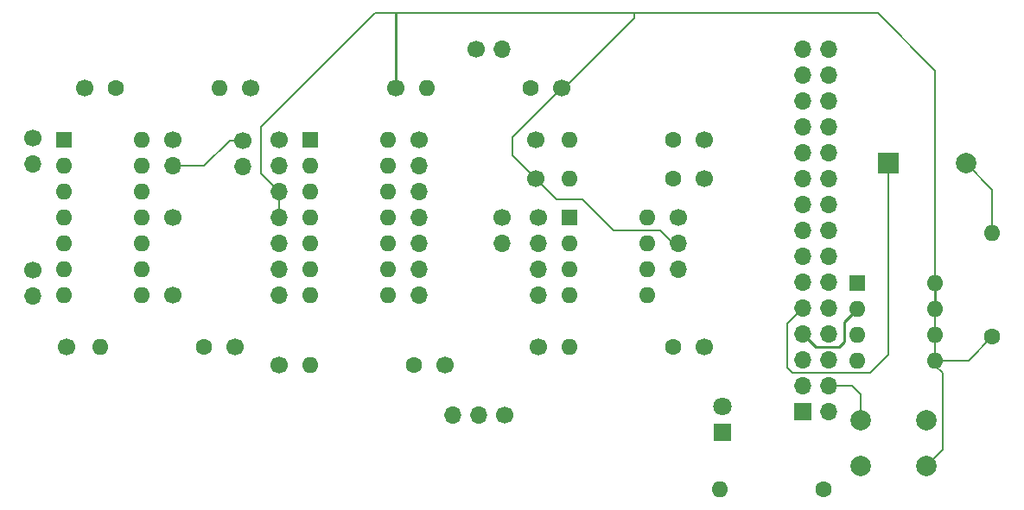
<source format=gbr>
%TF.GenerationSoftware,KiCad,Pcbnew,(6.0.5)*%
%TF.CreationDate,2022-06-19T19:54:52+02:00*%
%TF.ProjectId,bomba-robotabor,626f6d62-612d-4726-9f62-6f7461626f72,rev?*%
%TF.SameCoordinates,Original*%
%TF.FileFunction,Copper,L2,Bot*%
%TF.FilePolarity,Positive*%
%FSLAX46Y46*%
G04 Gerber Fmt 4.6, Leading zero omitted, Abs format (unit mm)*
G04 Created by KiCad (PCBNEW (6.0.5)) date 2022-06-19 19:54:52*
%MOMM*%
%LPD*%
G01*
G04 APERTURE LIST*
%TA.AperFunction,ComponentPad*%
%ADD10C,1.600000*%
%TD*%
%TA.AperFunction,ComponentPad*%
%ADD11O,1.600000X1.600000*%
%TD*%
%TA.AperFunction,ComponentPad*%
%ADD12R,1.600000X1.600000*%
%TD*%
%TA.AperFunction,ComponentPad*%
%ADD13C,1.700000*%
%TD*%
%TA.AperFunction,ComponentPad*%
%ADD14O,1.700000X1.700000*%
%TD*%
%TA.AperFunction,ComponentPad*%
%ADD15C,2.000000*%
%TD*%
%TA.AperFunction,ComponentPad*%
%ADD16R,1.800000X1.800000*%
%TD*%
%TA.AperFunction,ComponentPad*%
%ADD17C,1.800000*%
%TD*%
%TA.AperFunction,ComponentPad*%
%ADD18R,2.000000X2.000000*%
%TD*%
%TA.AperFunction,ComponentPad*%
%ADD19R,1.700000X1.700000*%
%TD*%
%TA.AperFunction,Conductor*%
%ADD20C,0.200000*%
%TD*%
%TA.AperFunction,Conductor*%
%ADD21C,0.250000*%
%TD*%
G04 APERTURE END LIST*
D10*
%TO.P,R1,1*%
%TO.N,Net-(R1-Pad1)*%
X165100000Y-52070000D03*
D11*
%TO.P,R1,2*%
%TO.N,Net-(R1-Pad2)*%
X154940000Y-52070000D03*
%TD*%
D10*
%TO.P,R2,1*%
%TO.N,Net-(R2-Pad1)*%
X124460000Y-52070000D03*
D11*
%TO.P,R2,2*%
%TO.N,Net-(R2-Pad2)*%
X134620000Y-52070000D03*
%TD*%
D10*
%TO.P,R3,1*%
%TO.N,Net-(R3-Pad1)*%
X153670000Y-79248000D03*
D11*
%TO.P,R3,2*%
%TO.N,Net-(R3-Pad2)*%
X143510000Y-79248000D03*
%TD*%
D10*
%TO.P,R4,1*%
%TO.N,Net-(R4-Pad1)*%
X179070000Y-57150000D03*
D11*
%TO.P,R4,2*%
%TO.N,Net-(R4-Pad2)*%
X168910000Y-57150000D03*
%TD*%
D10*
%TO.P,R5,1*%
%TO.N,Net-(R5-Pad1)*%
X179070000Y-77470000D03*
D11*
%TO.P,R5,2*%
%TO.N,Net-(R5-Pad2)*%
X168910000Y-77470000D03*
%TD*%
D10*
%TO.P,R6,1*%
%TO.N,Net-(R3-Pad1)*%
X133096000Y-77470000D03*
D11*
%TO.P,R6,2*%
%TO.N,Net-(R6-Pad2)*%
X122936000Y-77470000D03*
%TD*%
D10*
%TO.P,R7,1*%
%TO.N,Net-(R7-Pad1)*%
X179070000Y-60960000D03*
D11*
%TO.P,R7,2*%
%TO.N,Net-(R7-Pad2)*%
X168910000Y-60960000D03*
%TD*%
D12*
%TO.P,U1,1*%
%TO.N,Net-(R1-Pad2)*%
X119380000Y-57150000D03*
D11*
%TO.P,U1,2*%
%TO.N,Net-(U1-Pad2)*%
X119380000Y-59690000D03*
%TO.P,U1,3*%
%TO.N,Net-(U1-Pad3)*%
X119380000Y-62230000D03*
%TO.P,U1,4*%
%TO.N,Net-(U1-Pad4)*%
X119380000Y-64770000D03*
%TO.P,U1,5*%
%TO.N,Net-(U1-Pad5)*%
X119380000Y-67310000D03*
%TO.P,U1,6*%
%TO.N,Net-(U1-Pad2)*%
X119380000Y-69850000D03*
%TO.P,U1,7*%
%TO.N,GND*%
X119380000Y-72390000D03*
%TO.P,U1,8*%
%TO.N,Net-(R1-Pad1)*%
X127000000Y-72390000D03*
%TO.P,U1,9*%
%TO.N,Net-(U1-Pad9)*%
X127000000Y-69850000D03*
%TO.P,U1,10*%
%TO.N,Net-(U1-Pad10)*%
X127000000Y-67310000D03*
%TO.P,U1,11*%
%TO.N,Net-(U1-Pad11)*%
X127000000Y-64770000D03*
%TO.P,U1,12*%
%TO.N,Net-(U1-Pad12)*%
X127000000Y-62230000D03*
%TO.P,U1,13*%
%TO.N,Net-(R2-Pad1)*%
X127000000Y-59690000D03*
%TO.P,U1,14*%
%TO.N,+5V*%
X127000000Y-57150000D03*
%TD*%
D12*
%TO.P,U2,1*%
%TO.N,Net-(U1-Pad2)*%
X143510000Y-57150000D03*
D11*
%TO.P,U2,2*%
%TO.N,Net-(R1-Pad1)*%
X143510000Y-59690000D03*
%TO.P,U2,3*%
%TO.N,Net-(R2-Pad2)*%
X143510000Y-62230000D03*
%TO.P,U2,4*%
%TO.N,Net-(U1-Pad11)*%
X143510000Y-64770000D03*
%TO.P,U2,5*%
%TO.N,Net-(U2-Pad5)*%
X143510000Y-67310000D03*
%TO.P,U2,6*%
%TO.N,Net-(R6-Pad2)*%
X143510000Y-69850000D03*
%TO.P,U2,7*%
%TO.N,GND*%
X143510000Y-72390000D03*
%TO.P,U2,8*%
%TO.N,Net-(U2-Pad5)*%
X151130000Y-72390000D03*
%TO.P,U2,9*%
%TO.N,Net-(U2-Pad9)*%
X151130000Y-69850000D03*
%TO.P,U2,10*%
%TO.N,Net-(R7-Pad2)*%
X151130000Y-67310000D03*
%TO.P,U2,11*%
%TO.N,Net-(R3-Pad2)*%
X151130000Y-64770000D03*
%TO.P,U2,12*%
%TO.N,Net-(R4-Pad2)*%
X151130000Y-62230000D03*
%TO.P,U2,13*%
%TO.N,Net-(R5-Pad2)*%
X151130000Y-59690000D03*
%TO.P,U2,14*%
%TO.N,+5V*%
X151130000Y-57150000D03*
%TD*%
D12*
%TO.P,U3,1*%
%TO.N,Net-(U2-Pad5)*%
X168910000Y-64770000D03*
D11*
%TO.P,U3,2*%
%TO.N,Net-(R3-Pad1)*%
X168910000Y-67310000D03*
%TO.P,U3,3*%
%TO.N,Net-(R4-Pad1)*%
X168910000Y-69850000D03*
%TO.P,U3,4*%
%TO.N,GND*%
X168910000Y-72390000D03*
%TO.P,U3,5*%
%TO.N,N/C*%
X176530000Y-72390000D03*
%TO.P,U3,6*%
%TO.N,Net-(R5-Pad1)*%
X176530000Y-69850000D03*
%TO.P,U3,7*%
%TO.N,Net-(U2-Pad9)*%
X176530000Y-67310000D03*
%TO.P,U3,8*%
%TO.N,Net-(R7-Pad1)*%
X176530000Y-64770000D03*
%TD*%
D13*
%TO.P, ,1*%
%TO.N,N/C*%
X140462000Y-57150000D03*
D14*
%TO.P, ,2*%
X140462000Y-59690000D03*
%TO.P, ,3*%
X140462000Y-62230000D03*
%TO.P, ,4*%
X140462000Y-64770000D03*
%TO.P, ,5*%
X140462000Y-67310000D03*
%TO.P, ,6*%
X140462000Y-69850000D03*
%TO.P, ,7*%
X140462000Y-72390000D03*
%TD*%
D13*
%TO.P, ,1*%
%TO.N,N/C*%
X154178000Y-57150000D03*
D14*
%TO.P, ,2*%
X154178000Y-59690000D03*
%TO.P, ,3*%
X154178000Y-62230000D03*
%TO.P, ,4*%
X154178000Y-64770000D03*
%TO.P, ,5*%
X154178000Y-67310000D03*
%TO.P, ,6*%
X154178000Y-69850000D03*
%TO.P, ,7*%
X154178000Y-72390000D03*
%TD*%
D13*
%TO.P, ,1*%
%TO.N,N/C*%
X165862000Y-64770000D03*
D14*
%TO.P, ,2*%
X165862000Y-67310000D03*
%TO.P, ,3*%
X165862000Y-69850000D03*
%TO.P, ,4*%
X165862000Y-72390000D03*
%TD*%
D13*
%TO.P, ,1*%
%TO.N,N/C*%
X182118000Y-77470000D03*
%TD*%
%TO.P,REF\u002A\u002A,1*%
%TO.N,N/C*%
X179603000Y-64770000D03*
D14*
%TO.P,REF\u002A\u002A,2*%
X179603000Y-67310000D03*
%TO.P,REF\u002A\u002A,3*%
X179603000Y-69850000D03*
%TD*%
D15*
%TO.P,RESET,1*%
%TO.N,N/C*%
X203910000Y-89118000D03*
X197410000Y-89118000D03*
%TO.P,RESET,2*%
X203910000Y-84618000D03*
X197410000Y-84618000D03*
%TD*%
D10*
%TO.P,R (PIEZO),1*%
%TO.N,N/C*%
X210312000Y-76454000D03*
D11*
%TO.P,R (PIEZO),2*%
X210312000Y-66294000D03*
%TD*%
D10*
%TO.P,R (LED),1*%
%TO.N,N/C*%
X193802000Y-91440000D03*
D11*
%TO.P,R (LED),2*%
X183642000Y-91440000D03*
%TD*%
D13*
%TO.P, ,1*%
%TO.N,N/C*%
X165608000Y-57150000D03*
%TD*%
%TO.P, ,1*%
%TO.N,N/C*%
X151892000Y-52070000D03*
%TD*%
%TO.P, ,1*%
%TO.N,N/C*%
X162306000Y-64770000D03*
D14*
%TO.P, ,2*%
X162306000Y-67310000D03*
%TD*%
D13*
%TO.P, ,1*%
%TO.N,N/C*%
X165862000Y-77470000D03*
%TD*%
%TO.P, ,1*%
%TO.N,N/C*%
X165608000Y-60960000D03*
%TD*%
D16*
%TO.P,LED,1*%
%TO.N,N/C*%
X183896000Y-85852000D03*
D17*
%TO.P,LED,2*%
X183896000Y-83312000D03*
%TD*%
D13*
%TO.P, ,1*%
%TO.N,N/C*%
X136144000Y-77470000D03*
%TD*%
D18*
%TO.P,PIEZO,1*%
%TO.N,N/C*%
X200162000Y-59436000D03*
D15*
%TO.P,PIEZO,2*%
X207762000Y-59436000D03*
%TD*%
D13*
%TO.P, ,1*%
%TO.N,N/C*%
X159766000Y-48260000D03*
D14*
%TO.P, ,2*%
X162306000Y-48260000D03*
%TD*%
D13*
%TO.P, ,1*%
%TO.N,N/C*%
X182118000Y-57150000D03*
%TD*%
%TO.P, ,1*%
%TO.N,N/C*%
X130048000Y-64770000D03*
%TD*%
D12*
%TO.P,MODE,1*%
%TO.N,N/C*%
X197114000Y-71130000D03*
D11*
%TO.P,MODE,2*%
X197114000Y-73670000D03*
%TO.P,MODE,3*%
X197114000Y-76210000D03*
%TO.P,MODE,4*%
X197114000Y-78750000D03*
%TO.P,MODE,5*%
X204734000Y-78750000D03*
%TO.P,MODE,6*%
X204734000Y-76210000D03*
%TO.P,MODE,7*%
X204734000Y-73670000D03*
%TO.P,MODE,8*%
X204734000Y-71130000D03*
%TD*%
D13*
%TO.P, ,1*%
%TO.N,N/C*%
X121412000Y-52070000D03*
%TD*%
%TO.P, ,1*%
%TO.N,N/C*%
X162560000Y-84099000D03*
D14*
%TO.P, ,2*%
X160020000Y-84099000D03*
%TO.P, ,3*%
X157480000Y-84099000D03*
%TD*%
D13*
%TO.P, ,1*%
%TO.N,N/C*%
X182118000Y-60960000D03*
%TD*%
%TO.P, ,1*%
%TO.N,N/C*%
X119634000Y-77470000D03*
%TD*%
%TO.P, ,1*%
%TO.N,N/C*%
X130048000Y-72390000D03*
%TD*%
%TO.P, ,1*%
%TO.N,N/C*%
X130048000Y-57150000D03*
D14*
%TO.P, ,2*%
X130048000Y-59690000D03*
%TD*%
D13*
%TO.P, ,1*%
%TO.N,N/C*%
X116357000Y-56916000D03*
D14*
%TO.P, ,2*%
X116357000Y-59456000D03*
%TD*%
D13*
%TO.P, ,1*%
%TO.N,N/C*%
X168148000Y-52070000D03*
%TD*%
%TO.P, ,1*%
%TO.N,N/C*%
X137668000Y-52070000D03*
%TD*%
%TO.P, ,1*%
%TO.N,N/C*%
X140462000Y-79248000D03*
%TD*%
%TO.P, ,1*%
%TO.N,N/C*%
X136906000Y-57170000D03*
D14*
%TO.P, ,2*%
X136906000Y-59710000D03*
%TD*%
D13*
%TO.P, ,1*%
%TO.N,N/C*%
X116357000Y-69870000D03*
D14*
%TO.P, ,2*%
X116357000Y-72410000D03*
%TD*%
D13*
%TO.P, ,1*%
%TO.N,N/C*%
X156718000Y-79248000D03*
%TD*%
D19*
%TO.P,REF\u002A\u002A,1*%
%TO.N,N/C*%
X191770000Y-83820000D03*
D14*
%TO.P,REF\u002A\u002A,2*%
X194310000Y-83820000D03*
%TO.P,REF\u002A\u002A,3*%
X191770000Y-81280000D03*
%TO.P,REF\u002A\u002A,4*%
X194310000Y-81280000D03*
%TO.P,REF\u002A\u002A,5*%
X191770000Y-78740000D03*
%TO.P,REF\u002A\u002A,6*%
X194310000Y-78740000D03*
%TO.P,REF\u002A\u002A,7*%
X191770000Y-76200000D03*
%TO.P,REF\u002A\u002A,8*%
X194310000Y-76200000D03*
%TO.P,REF\u002A\u002A,9*%
X191770000Y-73660000D03*
%TO.P,REF\u002A\u002A,10*%
X194310000Y-73660000D03*
%TO.P,REF\u002A\u002A,11*%
X191770000Y-71120000D03*
%TO.P,REF\u002A\u002A,12*%
X194310000Y-71120000D03*
%TO.P,REF\u002A\u002A,13*%
X191770000Y-68580000D03*
%TO.P,REF\u002A\u002A,14*%
X194310000Y-68580000D03*
%TO.P,REF\u002A\u002A,15*%
X191770000Y-66040000D03*
%TO.P,REF\u002A\u002A,16*%
X194310000Y-66040000D03*
%TO.P,REF\u002A\u002A,17*%
X191770000Y-63500000D03*
%TO.P,REF\u002A\u002A,18*%
X194310000Y-63500000D03*
%TO.P,REF\u002A\u002A,19*%
X191770000Y-60960000D03*
%TO.P,REF\u002A\u002A,20*%
X194310000Y-60960000D03*
%TO.P,REF\u002A\u002A,21*%
X191770000Y-58420000D03*
%TO.P,REF\u002A\u002A,22*%
X194310000Y-58420000D03*
%TO.P,REF\u002A\u002A,23*%
X191770000Y-55880000D03*
%TO.P,REF\u002A\u002A,24*%
X194310000Y-55880000D03*
%TO.P,REF\u002A\u002A,25*%
X191770000Y-53340000D03*
%TO.P,REF\u002A\u002A,26*%
X194310000Y-53340000D03*
%TO.P,REF\u002A\u002A,27*%
X191770000Y-50800000D03*
%TO.P,REF\u002A\u002A,28*%
X194310000Y-50800000D03*
%TO.P,REF\u002A\u002A,29*%
X191770000Y-48260000D03*
%TO.P,REF\u002A\u002A,30*%
X194310000Y-48260000D03*
%TD*%
D20*
%TO.N,*%
X198374000Y-80010000D02*
X190754000Y-80010000D01*
X190246000Y-75184000D02*
X191770000Y-73660000D01*
X149860000Y-44704000D02*
X151892000Y-44704000D01*
X197410000Y-82094000D02*
X196596000Y-81280000D01*
X197410000Y-84618000D02*
X197410000Y-82094000D01*
X151892000Y-44704000D02*
X152654000Y-44704000D01*
X170180000Y-62992000D02*
X173228000Y-66040000D01*
X173228000Y-66040000D02*
X177800000Y-66040000D01*
X190754000Y-80010000D02*
X190246000Y-79502000D01*
D21*
X197114000Y-73670000D02*
X195834000Y-74950000D01*
D20*
X140462000Y-62230000D02*
X138684000Y-60452000D01*
X133096000Y-59690000D02*
X135616000Y-57170000D01*
D21*
X151892000Y-52070000D02*
X151892000Y-44704000D01*
D20*
X200162000Y-78222000D02*
X198374000Y-80010000D01*
X135616000Y-57170000D02*
X136906000Y-57170000D01*
D21*
X195834000Y-76962000D02*
X195326000Y-77470000D01*
D20*
X204734000Y-78755000D02*
X204734000Y-76215000D01*
X140462000Y-64770000D02*
X140462000Y-62230000D01*
D21*
X195834000Y-74950000D02*
X195834000Y-76962000D01*
D20*
X210312000Y-66294000D02*
X210312000Y-61986000D01*
X190246000Y-79502000D02*
X190246000Y-75184000D01*
X205486000Y-80010000D02*
X204734000Y-79258000D01*
X168402000Y-52070000D02*
X175260000Y-45212000D01*
X168402000Y-62992000D02*
X167640000Y-62992000D01*
X152654000Y-44704000D02*
X166878000Y-44704000D01*
X175260000Y-45212000D02*
X175260000Y-44704000D01*
X179070000Y-67310000D02*
X179603000Y-67310000D01*
X175260000Y-44704000D02*
X193548000Y-44704000D01*
X193548000Y-44704000D02*
X199136000Y-44704000D01*
X177800000Y-66040000D02*
X179070000Y-67310000D01*
X166878000Y-44704000D02*
X175260000Y-44704000D01*
D21*
X204734000Y-73670000D02*
X204734000Y-71130000D01*
D20*
X168402000Y-62992000D02*
X170180000Y-62992000D01*
X163322000Y-56896000D02*
X168148000Y-52070000D01*
X200162000Y-59436000D02*
X200162000Y-78222000D01*
D21*
X195326000Y-77470000D02*
X193040000Y-77470000D01*
D20*
X196596000Y-81280000D02*
X194310000Y-81280000D01*
X204734000Y-50302000D02*
X204734000Y-71130000D01*
X163322000Y-58674000D02*
X163322000Y-56896000D01*
X204734000Y-79258000D02*
X204734000Y-78750000D01*
X203910000Y-89118000D02*
X205486000Y-87542000D01*
D21*
X193040000Y-77470000D02*
X191770000Y-76200000D01*
D20*
X130048000Y-59690000D02*
X133096000Y-59690000D01*
X199136000Y-44704000D02*
X204734000Y-50302000D01*
X165608000Y-60960000D02*
X163322000Y-58674000D01*
X167640000Y-62992000D02*
X165608000Y-60960000D01*
X208016000Y-78750000D02*
X210312000Y-76454000D01*
X204734000Y-78750000D02*
X208016000Y-78750000D01*
X204734000Y-76215000D02*
X204734000Y-73675000D01*
X138684000Y-55880000D02*
X149860000Y-44704000D01*
X205486000Y-87542000D02*
X205486000Y-80010000D01*
X210312000Y-61986000D02*
X207762000Y-59436000D01*
X138684000Y-60452000D02*
X138684000Y-55880000D01*
%TD*%
M02*

</source>
